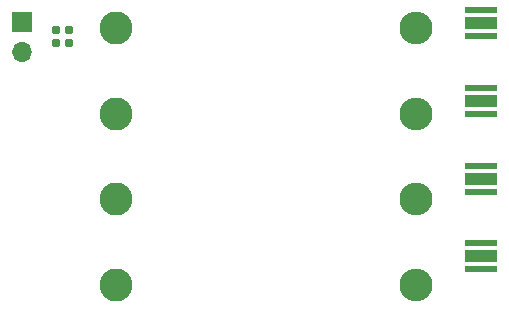
<source format=gbr>
G04 #@! TF.GenerationSoftware,KiCad,Pcbnew,8.0.3*
G04 #@! TF.CreationDate,2024-06-27T14:17:05-04:00*
G04 #@! TF.ProjectId,PCB,5043422e-6b69-4636-9164-5f7063625858,rev?*
G04 #@! TF.SameCoordinates,Original*
G04 #@! TF.FileFunction,Soldermask,Top*
G04 #@! TF.FilePolarity,Negative*
%FSLAX46Y46*%
G04 Gerber Fmt 4.6, Leading zero omitted, Abs format (unit mm)*
G04 Created by KiCad (PCBNEW 8.0.3) date 2024-06-27 14:17:05*
%MOMM*%
%LPD*%
G01*
G04 APERTURE LIST*
G04 Aperture macros list*
%AMRoundRect*
0 Rectangle with rounded corners*
0 $1 Rounding radius*
0 $2 $3 $4 $5 $6 $7 $8 $9 X,Y pos of 4 corners*
0 Add a 4 corners polygon primitive as box body*
4,1,4,$2,$3,$4,$5,$6,$7,$8,$9,$2,$3,0*
0 Add four circle primitives for the rounded corners*
1,1,$1+$1,$2,$3*
1,1,$1+$1,$4,$5*
1,1,$1+$1,$6,$7*
1,1,$1+$1,$8,$9*
0 Add four rect primitives between the rounded corners*
20,1,$1+$1,$2,$3,$4,$5,0*
20,1,$1+$1,$4,$5,$6,$7,0*
20,1,$1+$1,$6,$7,$8,$9,0*
20,1,$1+$1,$8,$9,$2,$3,0*%
G04 Aperture macros list end*
%ADD10R,1.700000X1.700000*%
%ADD11O,1.700000X1.700000*%
%ADD12C,2.800000*%
%ADD13O,2.800000X2.800000*%
%ADD14R,2.700000X0.500000*%
%ADD15R,2.700000X1.000000*%
%ADD16RoundRect,0.155000X-0.155000X0.212500X-0.155000X-0.212500X0.155000X-0.212500X0.155000X0.212500X0*%
G04 APERTURE END LIST*
D10*
X213817200Y-47955200D03*
D11*
X213817200Y-50495200D03*
D12*
X221800000Y-70250000D03*
D13*
X247200000Y-70250000D03*
D12*
X221800000Y-63000000D03*
D13*
X247200000Y-63000000D03*
D12*
X221800000Y-55750000D03*
D13*
X247200000Y-55750000D03*
D12*
X221800000Y-48500000D03*
D13*
X247200000Y-48500000D03*
D14*
X252650000Y-68900000D03*
X252650000Y-66700000D03*
D15*
X252650000Y-67800000D03*
D14*
X252650000Y-62350000D03*
X252650000Y-60150000D03*
D15*
X252650000Y-61250000D03*
D14*
X252650000Y-55800000D03*
X252650000Y-53600000D03*
D15*
X252650000Y-54700000D03*
X252650000Y-48100000D03*
D14*
X252650000Y-47000000D03*
X252650000Y-49200000D03*
D16*
X216662000Y-48641000D03*
X216662000Y-49776000D03*
X217805000Y-48641000D03*
X217805000Y-49776000D03*
M02*

</source>
